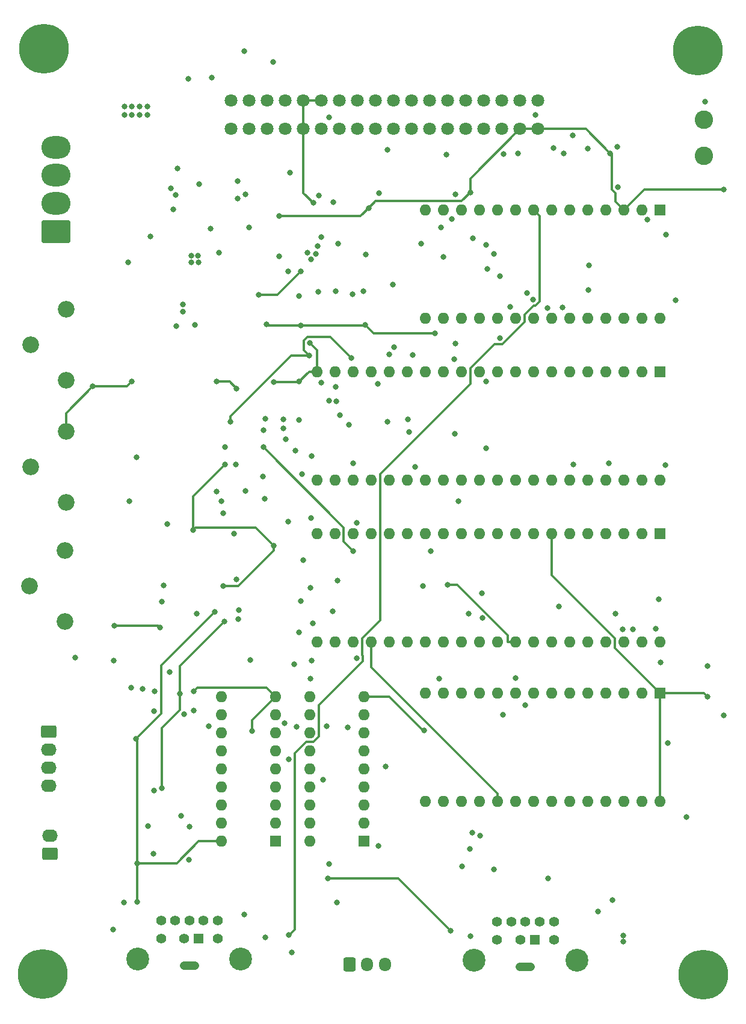
<source format=gbr>
%TF.GenerationSoftware,KiCad,Pcbnew,8.0.4*%
%TF.CreationDate,2024-08-19T15:21:18+02:00*%
%TF.ProjectId,LogicBoard 3GE,4c6f6769-6342-46f6-9172-64203347452e,rev?*%
%TF.SameCoordinates,Original*%
%TF.FileFunction,Copper,L3,Inr*%
%TF.FilePolarity,Positive*%
%FSLAX46Y46*%
G04 Gerber Fmt 4.6, Leading zero omitted, Abs format (unit mm)*
G04 Created by KiCad (PCBNEW 8.0.4) date 2024-08-19 15:21:18*
%MOMM*%
%LPD*%
G01*
G04 APERTURE LIST*
G04 Aperture macros list*
%AMRoundRect*
0 Rectangle with rounded corners*
0 $1 Rounding radius*
0 $2 $3 $4 $5 $6 $7 $8 $9 X,Y pos of 4 corners*
0 Add a 4 corners polygon primitive as box body*
4,1,4,$2,$3,$4,$5,$6,$7,$8,$9,$2,$3,0*
0 Add four circle primitives for the rounded corners*
1,1,$1+$1,$2,$3*
1,1,$1+$1,$4,$5*
1,1,$1+$1,$6,$7*
1,1,$1+$1,$8,$9*
0 Add four rect primitives between the rounded corners*
20,1,$1+$1,$2,$3,$4,$5,0*
20,1,$1+$1,$4,$5,$6,$7,0*
20,1,$1+$1,$6,$7,$8,$9,0*
20,1,$1+$1,$8,$9,$2,$3,0*%
G04 Aperture macros list end*
%TA.AperFunction,ComponentPad*%
%ADD10C,7.000000*%
%TD*%
%TA.AperFunction,ComponentPad*%
%ADD11O,1.600000X1.600000*%
%TD*%
%TA.AperFunction,ComponentPad*%
%ADD12R,1.600000X1.600000*%
%TD*%
%TA.AperFunction,ComponentPad*%
%ADD13RoundRect,0.250000X1.800000X-1.330000X1.800000X1.330000X-1.800000X1.330000X-1.800000X-1.330000X0*%
%TD*%
%TA.AperFunction,ComponentPad*%
%ADD14O,4.100000X3.160000*%
%TD*%
%TA.AperFunction,ComponentPad*%
%ADD15C,1.800000*%
%TD*%
%TA.AperFunction,ComponentPad*%
%ADD16RoundRect,0.250000X-0.600000X-0.725000X0.600000X-0.725000X0.600000X0.725000X-0.600000X0.725000X0*%
%TD*%
%TA.AperFunction,ComponentPad*%
%ADD17O,1.700000X1.950000*%
%TD*%
%TA.AperFunction,ComponentPad*%
%ADD18C,2.340000*%
%TD*%
%TA.AperFunction,ComponentPad*%
%ADD19C,3.216000*%
%TD*%
%TA.AperFunction,ComponentPad*%
%ADD20O,2.730000X1.230000*%
%TD*%
%TA.AperFunction,ComponentPad*%
%ADD21C,1.408000*%
%TD*%
%TA.AperFunction,ComponentPad*%
%ADD22R,1.408000X1.408000*%
%TD*%
%TA.AperFunction,ComponentPad*%
%ADD23RoundRect,0.250000X-0.845000X0.620000X-0.845000X-0.620000X0.845000X-0.620000X0.845000X0.620000X0*%
%TD*%
%TA.AperFunction,ComponentPad*%
%ADD24O,2.190000X1.740000*%
%TD*%
%TA.AperFunction,ComponentPad*%
%ADD25RoundRect,0.250000X0.845000X-0.620000X0.845000X0.620000X-0.845000X0.620000X-0.845000X-0.620000X0*%
%TD*%
%TA.AperFunction,ComponentPad*%
%ADD26C,2.600000*%
%TD*%
%TA.AperFunction,ViaPad*%
%ADD27C,0.800000*%
%TD*%
%TA.AperFunction,Conductor*%
%ADD28C,0.300000*%
%TD*%
G04 APERTURE END LIST*
D10*
%TO.N,GND*%
%TO.C,MNT2*%
X146530000Y-162880000D03*
%TD*%
D11*
%TO.N,+5V*%
%TO.C,IC201*%
X140440000Y-138510000D03*
X137900000Y-138510000D03*
%TO.N,unconnected-(IC201-NC-Pad26)*%
X135360000Y-138510000D03*
%TO.N,/A8*%
X132820000Y-138510000D03*
%TO.N,/A9*%
X130280000Y-138510000D03*
%TO.N,/A11*%
X127740000Y-138510000D03*
%TO.N,/~{ROMOE}*%
X125200000Y-138510000D03*
%TO.N,/A10*%
X122660000Y-138510000D03*
%TO.N,/~{ROMS}*%
X120120000Y-138510000D03*
%TO.N,/D7*%
X117580000Y-138510000D03*
%TO.N,/D6*%
X115040000Y-138510000D03*
%TO.N,/D5*%
X112500000Y-138510000D03*
%TO.N,/D4*%
X109960000Y-138510000D03*
%TO.N,/D3*%
X107420000Y-138510000D03*
%TO.N,GND*%
X107420000Y-123270000D03*
%TO.N,/D2*%
X109960000Y-123270000D03*
%TO.N,/D1*%
X112500000Y-123270000D03*
%TO.N,/D0*%
X115040000Y-123270000D03*
%TO.N,/A0*%
X117580000Y-123270000D03*
%TO.N,/A1*%
X120120000Y-123270000D03*
%TO.N,/A2*%
X122660000Y-123270000D03*
%TO.N,/A3*%
X125200000Y-123270000D03*
%TO.N,/A4*%
X127740000Y-123270000D03*
%TO.N,/A5*%
X130280000Y-123270000D03*
%TO.N,/A6*%
X132820000Y-123270000D03*
%TO.N,/A7*%
X135360000Y-123270000D03*
%TO.N,/A12*%
X137900000Y-123270000D03*
D12*
%TO.N,+5V*%
X140440000Y-123270000D03*
%TD*%
D13*
%TO.N,-5VA*%
%TO.C,J204*%
X55455000Y-58310000D03*
D14*
%TO.N,GND*%
X55455000Y-54350000D03*
%TO.N,+5V*%
X55455000Y-50390000D03*
%TO.N,-12VA*%
X55455000Y-46430000D03*
%TD*%
D10*
%TO.N,GND*%
%TO.C,MNT4*%
X53550000Y-162790000D03*
%TD*%
D15*
%TO.N,/~{HALT}*%
%TO.C,J201*%
X123270000Y-39880000D03*
%TO.N,+5V*%
X123270000Y-43840000D03*
%TO.N,/A7*%
X120730000Y-39880000D03*
%TO.N,+5V*%
X120730000Y-43840000D03*
%TO.N,/A6*%
X118190000Y-39880000D03*
%TO.N,/A8*%
X118190000Y-43840000D03*
%TO.N,/A5*%
X115650000Y-39880000D03*
%TO.N,/A9*%
X115650000Y-43840000D03*
%TO.N,/A4*%
X113110000Y-39880000D03*
%TO.N,/A11*%
X113110000Y-43840000D03*
%TO.N,/A3*%
X110570000Y-39880000D03*
%TO.N,/~{E}*%
X110570000Y-43840000D03*
%TO.N,/A2*%
X108030000Y-39880000D03*
%TO.N,/A10*%
X108030000Y-43840000D03*
%TO.N,/A1*%
X105490000Y-39880000D03*
%TO.N,/A15*%
X105490000Y-43840000D03*
%TO.N,/A0*%
X102950000Y-39880000D03*
%TO.N,/D7*%
X102950000Y-43840000D03*
%TO.N,/D0*%
X100410000Y-39880000D03*
%TO.N,/D6*%
X100410000Y-43840000D03*
%TO.N,/D1*%
X97870000Y-39880000D03*
%TO.N,/D5*%
X97870000Y-43840000D03*
%TO.N,/D2*%
X95330000Y-39880000D03*
%TO.N,/D4*%
X95330000Y-43840000D03*
%TO.N,GND*%
X92790000Y-39880000D03*
%TO.N,/D3*%
X92790000Y-43840000D03*
%TO.N,GND*%
X90250000Y-39880000D03*
X90250000Y-43840000D03*
%TO.N,/A12*%
X87710000Y-39880000D03*
%TO.N,/R~{W}*%
X87710000Y-43840000D03*
%TO.N,/A13*%
X85170000Y-39880000D03*
%TO.N,/~{CARTS}*%
X85170000Y-43840000D03*
%TO.N,/A14*%
X82630000Y-39880000D03*
%TO.N,/~{NMI}*%
X82630000Y-43840000D03*
%TO.N,/PB6*%
X80090000Y-39880000D03*
%TO.N,/~{IRQ}*%
X80090000Y-43840000D03*
%TD*%
D16*
%TO.N,GND*%
%TO.C,J304*%
X96720000Y-161390000D03*
D17*
%TO.N,/AUDIO*%
X99220000Y-161390000D03*
%TO.N,/CH(A+B+C)+DIGITAL_AUDIO*%
X101720000Y-161390000D03*
%TD*%
D18*
%TO.N,-5VA*%
%TO.C,R335*%
X56720000Y-113210000D03*
%TO.N,/X_OFFSET*%
X51720000Y-108210000D03*
%TO.N,+5V*%
X56720000Y-103210000D03*
%TD*%
D10*
%TO.N,GND*%
%TO.C,MNT1*%
X53750000Y-32590000D03*
%TD*%
D12*
%TO.N,/CHC*%
%TO.C,IC208*%
X140440000Y-55280000D03*
D11*
%TO.N,unconnected-(IC208-TEST1-Pad2)*%
X137900000Y-55280000D03*
%TO.N,+5V*%
X135360000Y-55280000D03*
%TO.N,/CHB*%
X132820000Y-55280000D03*
%TO.N,/CHA*%
X130280000Y-55280000D03*
%TO.N,GND*%
X127740000Y-55280000D03*
%TO.N,/SW7*%
X125200000Y-55280000D03*
%TO.N,/SW6*%
X122660000Y-55280000D03*
%TO.N,/SW5*%
X120120000Y-55280000D03*
%TO.N,/SW4*%
X117580000Y-55280000D03*
%TO.N,/SW3*%
X115040000Y-55280000D03*
%TO.N,/SW2*%
X112500000Y-55280000D03*
%TO.N,/SW1*%
X109960000Y-55280000D03*
%TO.N,/SW0*%
X107420000Y-55280000D03*
%TO.N,/E*%
X107420000Y-70520000D03*
%TO.N,/~{RESET}*%
X109960000Y-70520000D03*
%TO.N,/BC2*%
X112500000Y-70520000D03*
%TO.N,/BDIR*%
X115040000Y-70520000D03*
%TO.N,/BC2*%
X117580000Y-70520000D03*
%TO.N,/BC1*%
X120120000Y-70520000D03*
%TO.N,/P7*%
X122660000Y-70520000D03*
%TO.N,/P6*%
X125200000Y-70520000D03*
%TO.N,/P5*%
X127740000Y-70520000D03*
%TO.N,/P4*%
X130280000Y-70520000D03*
%TO.N,/P3*%
X132820000Y-70520000D03*
%TO.N,/P2*%
X135360000Y-70520000D03*
%TO.N,/P1*%
X137900000Y-70520000D03*
%TO.N,/P0*%
X140440000Y-70520000D03*
%TD*%
D19*
%TO.N,GND*%
%TO.C,J202*%
X81450000Y-160670000D03*
X66950000Y-160670000D03*
D20*
X74200000Y-161570000D03*
D21*
%TO.N,/J202_B1*%
X70200000Y-155270000D03*
%TO.N,/J202_Y*%
X72200000Y-155270000D03*
%TO.N,/J202_B2*%
X78200000Y-155270000D03*
%TO.N,+5V*%
X70200000Y-157770000D03*
%TO.N,/J202_B3*%
X74200000Y-155270000D03*
%TO.N,GND*%
X76200000Y-155270000D03*
%TO.N,/J202_B4*%
X78200000Y-157770000D03*
%TO.N,-5VA*%
X73500000Y-157770000D03*
D22*
%TO.N,/J202_X*%
X75500000Y-157770000D03*
%TD*%
D10*
%TO.N,GND*%
%TO.C,MNT3*%
X145730000Y-32830000D03*
%TD*%
D18*
%TO.N,-5VA*%
%TO.C,R333*%
X56840000Y-96380000D03*
%TO.N,/Y_OFFSET*%
X51840000Y-91380000D03*
%TO.N,+5V*%
X56840000Y-86380000D03*
%TD*%
D23*
%TO.N,GND*%
%TO.C,J301*%
X54370000Y-128670000D03*
D24*
%TO.N,/Y*%
X54370000Y-131210000D03*
%TO.N,/X*%
X54370000Y-133750000D03*
%TO.N,/Z*%
X54370000Y-136290000D03*
%TD*%
D18*
%TO.N,Net-(R301-Pad1)*%
%TO.C,R302*%
X56870000Y-79210000D03*
%TO.N,/IOUT*%
X51870000Y-74210000D03*
X56870000Y-69210000D03*
%TD*%
D25*
%TO.N,/AUDIO*%
%TO.C,J302*%
X54550000Y-145870000D03*
D24*
%TO.N,unconnected-(J302-Pin_2-Pad2)*%
X54550000Y-143330000D03*
%TD*%
D22*
%TO.N,/J203_X*%
%TO.C,J203*%
X122800000Y-157960000D03*
D21*
%TO.N,-5VA*%
X120800000Y-157960000D03*
%TO.N,/J203_B4*%
X125500000Y-157960000D03*
%TO.N,GND*%
X123500000Y-155460000D03*
%TO.N,/J203_B3*%
X121500000Y-155460000D03*
%TO.N,+5V*%
X117500000Y-157960000D03*
%TO.N,/J203_B2*%
X125500000Y-155460000D03*
%TO.N,/J203_Y*%
X119500000Y-155460000D03*
%TO.N,/J203_B1*%
X117500000Y-155460000D03*
D20*
%TO.N,GND*%
X121500000Y-161760000D03*
D19*
X114250000Y-160860000D03*
X128750000Y-160860000D03*
%TD*%
D26*
%TO.N,/SWITCH_RESET*%
%TO.C,SW201*%
X146580000Y-47660000D03*
X146580000Y-42580000D03*
%TD*%
D12*
%TO.N,GND*%
%TO.C,IC207*%
X140440000Y-78030000D03*
D11*
%TO.N,/P0*%
X137900000Y-78030000D03*
%TO.N,/P1*%
X135360000Y-78030000D03*
%TO.N,/P2*%
X132820000Y-78030000D03*
%TO.N,/P3*%
X130280000Y-78030000D03*
%TO.N,/P4*%
X127740000Y-78030000D03*
%TO.N,/P5*%
X125200000Y-78030000D03*
%TO.N,/P6*%
X122660000Y-78030000D03*
%TO.N,/P7*%
X120120000Y-78030000D03*
%TO.N,/SH*%
X117580000Y-78030000D03*
%TO.N,/SEL0*%
X115040000Y-78030000D03*
%TO.N,/SEL1*%
X112500000Y-78030000D03*
%TO.N,/BC1*%
X109960000Y-78030000D03*
%TO.N,/BDIR*%
X107420000Y-78030000D03*
%TO.N,/COMPARE*%
X104880000Y-78030000D03*
%TO.N,/PB6*%
X102340000Y-78030000D03*
%TO.N,/~{RAMP}*%
X99800000Y-78030000D03*
%TO.N,unconnected-(IC207-CB1-Pad18)*%
X97260000Y-78030000D03*
%TO.N,/~{BLANK}*%
X94720000Y-78030000D03*
%TO.N,+5V*%
X92180000Y-78030000D03*
%TO.N,/~{IRQ}*%
X92180000Y-93270000D03*
%TO.N,/R~{W}*%
X94720000Y-93270000D03*
%TO.N,/~{IOS}*%
X97260000Y-93270000D03*
%TO.N,/A12*%
X99800000Y-93270000D03*
%TO.N,/E*%
X102340000Y-93270000D03*
%TO.N,/D7*%
X104880000Y-93270000D03*
%TO.N,/D6*%
X107420000Y-93270000D03*
%TO.N,/D5*%
X109960000Y-93270000D03*
%TO.N,/D4*%
X112500000Y-93270000D03*
%TO.N,/D3*%
X115040000Y-93270000D03*
%TO.N,/D2*%
X117580000Y-93270000D03*
%TO.N,/D1*%
X120120000Y-93270000D03*
%TO.N,/D0*%
X122660000Y-93270000D03*
%TO.N,/~{RESET}*%
X125200000Y-93270000D03*
%TO.N,/A3*%
X127740000Y-93270000D03*
%TO.N,/A2*%
X130280000Y-93270000D03*
%TO.N,/A1*%
X132820000Y-93270000D03*
%TO.N,/A0*%
X135360000Y-93270000D03*
%TO.N,/~{ZERO}*%
X137900000Y-93270000D03*
%TO.N,/SW7*%
X140440000Y-93270000D03*
%TD*%
%TO.N,+5V*%
%TO.C,IC204*%
X78670000Y-144070000D03*
%TO.N,/A7*%
X78670000Y-141530000D03*
%TO.N,/A8*%
X78670000Y-138990000D03*
%TO.N,/A9*%
X78670000Y-136450000D03*
%TO.N,/D0*%
X78670000Y-133910000D03*
%TO.N,/D1*%
X78670000Y-131370000D03*
%TO.N,/D2*%
X78670000Y-128830000D03*
%TO.N,/D3*%
X78670000Y-126290000D03*
%TO.N,/RAM_R~{W}*%
X78670000Y-123750000D03*
%TO.N,GND*%
X86290000Y-123750000D03*
%TO.N,/~{RAMS}*%
X86290000Y-126290000D03*
%TO.N,/A2*%
X86290000Y-128830000D03*
%TO.N,/A1*%
X86290000Y-131370000D03*
%TO.N,/A0*%
X86290000Y-133910000D03*
%TO.N,/A3*%
X86290000Y-136450000D03*
%TO.N,/A4*%
X86290000Y-138990000D03*
%TO.N,/A5*%
X86290000Y-141530000D03*
D12*
%TO.N,/A6*%
X86290000Y-144070000D03*
%TD*%
D11*
%TO.N,+5V*%
%TO.C,IC205*%
X91170000Y-144070000D03*
%TO.N,/A7*%
X91170000Y-141530000D03*
%TO.N,/A8*%
X91170000Y-138990000D03*
%TO.N,/A9*%
X91170000Y-136450000D03*
%TO.N,/D4*%
X91170000Y-133910000D03*
%TO.N,/D5*%
X91170000Y-131370000D03*
%TO.N,/D6*%
X91170000Y-128830000D03*
%TO.N,/D7*%
X91170000Y-126290000D03*
%TO.N,/RAM_R~{W}*%
X91170000Y-123750000D03*
%TO.N,GND*%
X98790000Y-123750000D03*
%TO.N,/~{RAMS}*%
X98790000Y-126290000D03*
%TO.N,/A2*%
X98790000Y-128830000D03*
%TO.N,/A1*%
X98790000Y-131370000D03*
%TO.N,/A0*%
X98790000Y-133910000D03*
%TO.N,/A3*%
X98790000Y-136450000D03*
%TO.N,/A4*%
X98790000Y-138990000D03*
%TO.N,/A5*%
X98790000Y-141530000D03*
D12*
%TO.N,/A6*%
X98790000Y-144070000D03*
%TD*%
%TO.N,GND*%
%TO.C,IC206*%
X140440000Y-100780000D03*
D11*
%TO.N,/~{NMI}*%
X137900000Y-100780000D03*
%TO.N,/~{IRQ}*%
X135360000Y-100780000D03*
%TO.N,/SW3*%
X132820000Y-100780000D03*
%TO.N,unconnected-(IC206-BS-Pad5)*%
X130280000Y-100780000D03*
%TO.N,unconnected-(IC206-BA-Pad6)*%
X127740000Y-100780000D03*
%TO.N,+5V*%
X125200000Y-100780000D03*
%TO.N,/CPU_A0*%
X122660000Y-100780000D03*
%TO.N,/CPU_A1*%
X120120000Y-100780000D03*
%TO.N,/A2*%
X117580000Y-100780000D03*
%TO.N,/A3*%
X115040000Y-100780000D03*
%TO.N,/A4*%
X112500000Y-100780000D03*
%TO.N,/A5*%
X109960000Y-100780000D03*
%TO.N,/A6*%
X107420000Y-100780000D03*
%TO.N,/A7*%
X104880000Y-100780000D03*
%TO.N,/A8*%
X102340000Y-100780000D03*
%TO.N,/A9*%
X99800000Y-100780000D03*
%TO.N,/A10*%
X97260000Y-100780000D03*
%TO.N,/A11*%
X94720000Y-100780000D03*
%TO.N,/A12*%
X92180000Y-100780000D03*
%TO.N,/A13*%
X92180000Y-116020000D03*
%TO.N,/A14*%
X94720000Y-116020000D03*
%TO.N,/A15*%
X97260000Y-116020000D03*
%TO.N,/D7*%
X99800000Y-116020000D03*
%TO.N,/D6*%
X102340000Y-116020000D03*
%TO.N,/D5*%
X104880000Y-116020000D03*
%TO.N,/D4*%
X107420000Y-116020000D03*
%TO.N,/D3*%
X109960000Y-116020000D03*
%TO.N,/D2*%
X112500000Y-116020000D03*
%TO.N,/D1*%
X115040000Y-116020000D03*
%TO.N,/D0*%
X117580000Y-116020000D03*
%TO.N,/CPU_R~{W}*%
X120120000Y-116020000D03*
%TO.N,Net-(IC206-~{DMA{slash}BREQ})*%
X122660000Y-116020000D03*
%TO.N,/CPU_E*%
X125200000Y-116020000D03*
%TO.N,unconnected-(IC206-Q-Pad35)*%
X127740000Y-116020000D03*
%TO.N,Net-(IC206-MRDY)*%
X130280000Y-116020000D03*
%TO.N,/~{RESET}*%
X132820000Y-116020000D03*
%TO.N,/EXTAL*%
X135360000Y-116020000D03*
%TO.N,/XTAL*%
X137900000Y-116020000D03*
%TO.N,/~{HALT}*%
X140440000Y-116020000D03*
%TD*%
D27*
%TO.N,GND*%
X134450000Y-46350000D03*
X139870000Y-114220000D03*
X136580000Y-114230000D03*
X135200000Y-114230000D03*
X135270000Y-158230000D03*
X135250000Y-157370000D03*
X83930000Y-67170000D03*
X89900000Y-63900000D03*
%TO.N,/SW4*%
X88130000Y-63910000D03*
%TO.N,/P7*%
X86800000Y-61810000D03*
%TO.N,GND*%
X126890000Y-47320000D03*
X75450000Y-62600000D03*
X74510000Y-62590000D03*
X75410000Y-61660000D03*
X74510000Y-61660000D03*
X67210000Y-41860000D03*
X65090000Y-41860000D03*
X68320000Y-41860000D03*
X66100000Y-41860000D03*
X68290000Y-40680000D03*
X67180000Y-40680000D03*
X66070000Y-40680000D03*
X65060000Y-40680000D03*
%TO.N,/X*%
X87583800Y-127466000D03*
%TO.N,/Y*%
X80855700Y-107205000D03*
%TO.N,Net-(IC305-Pad9)*%
X78726900Y-96272100D03*
X65756600Y-96210000D03*
%TO.N,Net-(IC304-Pad7)*%
X69217900Y-125801000D03*
X96677700Y-85458400D03*
%TO.N,/X3*%
X69126300Y-145880000D03*
X94962500Y-152717000D03*
%TO.N,/SW4*%
X64998500Y-152719000D03*
X117088000Y-61419100D03*
%TO.N,/SW1*%
X109952000Y-61858800D03*
X121709000Y-66961900D03*
X130434000Y-63070900D03*
X141194000Y-91115700D03*
X133718000Y-152344000D03*
%TO.N,/SW5*%
X111448000Y-76266200D03*
X119352000Y-68918400D03*
%TO.N,/SW6*%
X88150000Y-157270000D03*
%TO.N,/SW2*%
X126697000Y-68982800D03*
%TO.N,/P2*%
X75553600Y-51601800D03*
%TO.N,/~{BLANK}*%
X92773900Y-79539300D03*
X90030200Y-92415300D03*
X82797600Y-118617000D03*
%TO.N,/~{ZERO}*%
X133194000Y-90896200D03*
X105155000Y-86473100D03*
X102066000Y-85040700D03*
X94760700Y-80193000D03*
X93887200Y-82111000D03*
X84928400Y-84616700D03*
X84574800Y-92751100D03*
%TO.N,/~{RAMP}*%
X89871800Y-110252000D03*
X91356300Y-98589500D03*
X97235600Y-90942900D03*
%TO.N,/SW7*%
X141551000Y-130302000D03*
X88654000Y-159699000D03*
X130346000Y-66509100D03*
%TO.N,/PB6*%
X100890000Y-52851200D03*
%TO.N,/SEL0*%
X100690000Y-79713100D03*
X97793300Y-118369000D03*
X91248600Y-121193000D03*
X88153400Y-132522000D03*
X69227500Y-136945000D03*
%TO.N,/P4*%
X77361300Y-36663000D03*
X134475000Y-52062400D03*
%TO.N,/P1*%
X78350100Y-61282000D03*
%TO.N,/SH*%
X91221200Y-108469000D03*
X112057000Y-96259100D03*
%TO.N,/SEL1*%
X107102000Y-108210000D03*
X91561700Y-113463000D03*
X89660300Y-114710000D03*
X74845700Y-125685000D03*
%TO.N,/P5*%
X80958700Y-51181200D03*
%TO.N,/P0*%
X72261400Y-53173700D03*
X74020600Y-36834200D03*
%TO.N,/P6*%
X89607600Y-67377600D03*
X80985600Y-53621400D03*
%TO.N,/P3*%
X71561500Y-52222900D03*
X141300000Y-58754500D03*
%TO.N,Net-(IC206-~{DMA{slash}BREQ})*%
X140533000Y-118951000D03*
%TO.N,/SW3*%
X128199000Y-91098300D03*
%TO.N,/~{IRQ}*%
X73292600Y-69573100D03*
X89157700Y-89100600D03*
%TO.N,/CPU_E*%
X95044400Y-107387000D03*
X113517000Y-112059000D03*
X115409000Y-109204000D03*
%TO.N,/CPU_R~{W}*%
X110542000Y-108009000D03*
X97257500Y-103284000D03*
X84600000Y-88648700D03*
%TO.N,/~{NMI}*%
X142669000Y-67990200D03*
X85950000Y-34390000D03*
%TO.N,/RAM_R~{W}*%
X91433900Y-89872900D03*
%TO.N,/~{CARTS}*%
X91361500Y-62194100D03*
%TO.N,/R~{W}*%
X88342000Y-50045400D03*
%TO.N,/A14*%
X92400300Y-53205400D03*
%TO.N,/~{A11&E}*%
X92271100Y-60356300D03*
X92353500Y-66739900D03*
%TO.N,/A13*%
X92776200Y-59044500D03*
X98712700Y-66678700D03*
%TO.N,/E*%
X99026900Y-61514500D03*
X84595300Y-86245200D03*
%TO.N,/A15*%
X97187700Y-67149100D03*
X94438900Y-54130600D03*
%TO.N,/~{ROMS}*%
X149440000Y-126408000D03*
X90824200Y-61269600D03*
X94752400Y-66682000D03*
X146776000Y-40030700D03*
X81965400Y-32920600D03*
%TO.N,/A11*%
X97773300Y-99297300D03*
X126236000Y-111062000D03*
X95168100Y-60016900D03*
X102876000Y-65762400D03*
X111630000Y-53061900D03*
%TO.N,/A0*%
X118318000Y-126311000D03*
X92987500Y-135420000D03*
%TO.N,/D6*%
X109384000Y-121248000D03*
X106783000Y-60038000D03*
%TO.N,/A6*%
X120469000Y-47336700D03*
X134202000Y-112093000D03*
%TO.N,/D0*%
X115971000Y-88818700D03*
X115971000Y-79403900D03*
X117906000Y-73293400D03*
X117943000Y-64583800D03*
X115972000Y-60174700D03*
X102112000Y-46802200D03*
%TO.N,/D2*%
X93882600Y-42206400D03*
X87402500Y-85961200D03*
X94918600Y-82173800D03*
X95366800Y-84137300D03*
%TO.N,/A2*%
X96461200Y-128032000D03*
X93522200Y-127884000D03*
X89265900Y-127978000D03*
%TO.N,/A3*%
X118433000Y-47392500D03*
%TO.N,/A4*%
X101827000Y-133600000D03*
X111106000Y-56520700D03*
%TO.N,/A8*%
X93882600Y-147329000D03*
X105962000Y-91425100D03*
X109606000Y-57727700D03*
X110390000Y-47460200D03*
%TO.N,/A10*%
X120092000Y-121163000D03*
X121425000Y-124951000D03*
X108132000Y-103267000D03*
%TO.N,/D1*%
X91433900Y-118693000D03*
X114086000Y-59250900D03*
%TO.N,/A1*%
X122927000Y-41900300D03*
%TO.N,/D4*%
X111634000Y-74093800D03*
X105631000Y-75645400D03*
%TO.N,/D3*%
X104929000Y-84716600D03*
X102999000Y-74534900D03*
%TO.N,/A7*%
X124576000Y-69044500D03*
X111573000Y-86754200D03*
%TO.N,/A9*%
X102361000Y-75550500D03*
X116110000Y-63569700D03*
%TO.N,/~{ROMOE}*%
X92008800Y-61400200D03*
X87464500Y-84734100D03*
X87737500Y-87529300D03*
X88082100Y-99146200D03*
X90184900Y-104541000D03*
X94365500Y-111760000D03*
X115426000Y-112652000D03*
%TO.N,/Z*%
X76916500Y-127892000D03*
%TO.N,/CH(A+B+C)*%
X138644000Y-56644700D03*
X100828000Y-144768000D03*
%TO.N,/IOUT*%
X72541700Y-49439700D03*
X67573600Y-122653000D03*
%TO.N,/VOUT*%
X73477600Y-126174000D03*
X78059000Y-94853100D03*
%TO.N,/IC303D_X*%
X81179000Y-111540000D03*
X71057700Y-99417200D03*
X78973400Y-97956800D03*
%TO.N,/IC303D_FB*%
X75213500Y-112067000D03*
X81104500Y-112870000D03*
%TO.N,/IC303A_FB*%
X80506600Y-100815000D03*
X79239900Y-88600900D03*
%TO.N,/POT0*%
X74100500Y-146680000D03*
X124680000Y-149313000D03*
%TO.N,/POT1*%
X74244600Y-142050000D03*
X113704000Y-145166000D03*
%TO.N,/POTX*%
X72997300Y-140509000D03*
X69292200Y-122964000D03*
%TO.N,/X0*%
X70333400Y-110400000D03*
X68404900Y-141945000D03*
%TO.N,/J203_X*%
X131707000Y-153986000D03*
%TO.N,/J202_X*%
X81965400Y-154368000D03*
%TO.N,/~{RESET}*%
X122543000Y-67883800D03*
%TO.N,/J202_B3*%
X84890300Y-157597000D03*
%TO.N,/J203_B4*%
X113745000Y-157434000D03*
%TO.N,/XTAL*%
X140255000Y-110047000D03*
%TO.N,-5VA*%
X70300000Y-136616000D03*
X82090700Y-94787000D03*
X58131000Y-118290000D03*
X80760700Y-91100100D03*
X84791400Y-95893600D03*
X114015000Y-142926000D03*
X115073000Y-143347000D03*
X79117400Y-113160000D03*
X72843700Y-123304000D03*
%TO.N,+5V*%
X91160000Y-73970000D03*
X78920000Y-108140000D03*
X85070000Y-71370000D03*
X93670000Y-149330000D03*
X66867300Y-147169000D03*
X77784800Y-111851000D03*
X99416200Y-54973400D03*
X89653600Y-79407700D03*
X72370500Y-71566100D03*
X79179900Y-91066300D03*
X98980600Y-71439300D03*
X86080000Y-102531000D03*
X86079800Y-79437700D03*
X149440000Y-52412200D03*
X75001000Y-71448200D03*
X133424000Y-47280000D03*
X73325500Y-68571300D03*
X80861800Y-80367900D03*
X66075800Y-79402700D03*
X110939000Y-156702000D03*
X68718000Y-58983900D03*
X63439300Y-156525000D03*
X66736400Y-90034000D03*
X144196000Y-140684000D03*
X113745000Y-52776500D03*
X147088000Y-123757000D03*
X89908200Y-71531900D03*
X147086000Y-119472000D03*
X108801000Y-72614300D03*
X66836400Y-152587000D03*
X66700800Y-129654000D03*
X71898000Y-55207700D03*
X77993000Y-79427700D03*
X82589600Y-57733500D03*
X82131200Y-53049000D03*
X60604900Y-80092300D03*
X86823100Y-56083200D03*
X74704000Y-100330000D03*
%TO.N,GND*%
X88910000Y-119180000D03*
X107230000Y-128500000D03*
X96970000Y-76060000D03*
X89610000Y-84830000D03*
X112580000Y-147630000D03*
X117060000Y-148080000D03*
X70040000Y-114020000D03*
X71430000Y-120270000D03*
X82990000Y-128580000D03*
X74830000Y-122970000D03*
X91100000Y-75770000D03*
X80000000Y-85030000D03*
X70570000Y-108050000D03*
X63640000Y-113770000D03*
X65980000Y-122480000D03*
X63590000Y-118650000D03*
X65610000Y-62600000D03*
X77200000Y-57870000D03*
X91630000Y-54280000D03*
X128160000Y-44760000D03*
X125420000Y-46510000D03*
X130280000Y-46590000D03*
%TD*%
D28*
%TO.N,GND*%
X83930000Y-67170000D02*
X83960000Y-67200000D01*
X86600000Y-67200000D02*
X83930000Y-67170000D01*
X89900000Y-63900000D02*
X86600000Y-67200000D01*
%TO.N,/SW6*%
X88150000Y-157360000D02*
X88190000Y-157320000D01*
X88150000Y-157270000D02*
X88150000Y-157360000D01*
X88240000Y-157270000D02*
X88150000Y-157270000D01*
X89003400Y-156507000D02*
X88240000Y-157270000D01*
X89003400Y-131729000D02*
X89003400Y-156507000D01*
X90652200Y-130080000D02*
X89003400Y-131729000D01*
X91687800Y-130080000D02*
X90652200Y-130080000D01*
X92420000Y-129348000D02*
X91687800Y-130080000D01*
X92420000Y-124944000D02*
X92420000Y-129348000D01*
X98643300Y-118721000D02*
X92420000Y-124944000D01*
X98643300Y-118017000D02*
X98643300Y-118721000D01*
X98510000Y-117884000D02*
X98643300Y-118017000D01*
X98510000Y-115502000D02*
X98510000Y-117884000D01*
X101050000Y-112962000D02*
X98510000Y-115502000D01*
X101050000Y-92440000D02*
X101050000Y-112962000D01*
X113750000Y-79740000D02*
X101050000Y-92440000D01*
X113750000Y-77512200D02*
X113750000Y-79740000D01*
X117119000Y-74143400D02*
X113750000Y-77512200D01*
X118264000Y-74143400D02*
X117119000Y-74143400D01*
X121370000Y-71037800D02*
X118264000Y-74143400D01*
X121370000Y-70002200D02*
X121370000Y-71037800D01*
X122638000Y-68733800D02*
X121370000Y-70002200D01*
X122895000Y-68733800D02*
X122638000Y-68733800D01*
X123460000Y-68168900D02*
X122895000Y-68733800D01*
X123460000Y-56080000D02*
X123460000Y-68168900D01*
X122660000Y-55280000D02*
X123460000Y-56080000D01*
%TO.N,/CPU_R~{W}*%
X95924500Y-99973200D02*
X84600000Y-88648700D01*
X95924500Y-101951000D02*
X95924500Y-99973200D01*
X97257500Y-103284000D02*
X95924500Y-101951000D01*
X111893000Y-108009000D02*
X110542000Y-108009000D01*
X118968000Y-115084000D02*
X111893000Y-108009000D01*
X118968000Y-116020000D02*
X118968000Y-115084000D01*
X120120000Y-116020000D02*
X118968000Y-116020000D01*
%TO.N,/D7*%
X99800000Y-119578000D02*
X99800000Y-116020000D01*
X117580000Y-137358000D02*
X99800000Y-119578000D01*
X117580000Y-138510000D02*
X117580000Y-137358000D01*
%TO.N,-5VA*%
X72843700Y-125606000D02*
X72843700Y-123304000D01*
X70300000Y-128150000D02*
X72843700Y-125606000D01*
X70300000Y-136616000D02*
X70300000Y-128150000D01*
X72843700Y-119434000D02*
X79117400Y-113160000D01*
X72843700Y-123304000D02*
X72843700Y-119434000D01*
%TO.N,+5V*%
X92180000Y-74990000D02*
X92180000Y-78030000D01*
X91160000Y-73970000D02*
X92180000Y-74990000D01*
X56840000Y-83857200D02*
X56840000Y-86380000D01*
X60604900Y-80092300D02*
X56840000Y-83857200D01*
X65386200Y-80092300D02*
X60604900Y-80092300D01*
X66075800Y-79402700D02*
X65386200Y-80092300D01*
X89623600Y-79437700D02*
X89653600Y-79407700D01*
X86079800Y-79437700D02*
X89623600Y-79437700D01*
X79921600Y-79427700D02*
X80861800Y-80367900D01*
X77993000Y-79427700D02*
X79921600Y-79427700D01*
X138228000Y-52412200D02*
X135360000Y-55280000D01*
X149440000Y-52412200D02*
X138228000Y-52412200D01*
X113745000Y-50825000D02*
X113745000Y-52776500D01*
X120730000Y-43840000D02*
X113745000Y-50825000D01*
X134123000Y-54042900D02*
X135360000Y-55280000D01*
X134123000Y-52912400D02*
X134123000Y-54042900D01*
X133625000Y-52414500D02*
X134123000Y-52912400D01*
X133625000Y-47481000D02*
X133625000Y-52414500D01*
X133424000Y-47280000D02*
X133625000Y-47481000D01*
X129984000Y-43840000D02*
X133424000Y-47280000D01*
X123270000Y-43840000D02*
X129984000Y-43840000D01*
X120730000Y-43840000D02*
X123270000Y-43840000D01*
X125200000Y-106632000D02*
X125200000Y-100780000D01*
X134070000Y-115502000D02*
X125200000Y-106632000D01*
X134070000Y-116900000D02*
X134070000Y-115502000D01*
X140440000Y-123270000D02*
X134070000Y-116900000D01*
X146601000Y-123270000D02*
X147088000Y-123757000D01*
X140440000Y-123270000D02*
X146601000Y-123270000D01*
X140440000Y-123270000D02*
X140440000Y-138510000D01*
X70250000Y-119386000D02*
X77784800Y-111851000D01*
X70250000Y-126105000D02*
X70250000Y-119386000D01*
X66700800Y-129654000D02*
X70250000Y-126105000D01*
X78930000Y-108150000D02*
X78940000Y-108150000D01*
X78920000Y-108140000D02*
X78930000Y-108150000D01*
X78950000Y-108150000D02*
X78920000Y-108140000D01*
X81112800Y-108150000D02*
X78950000Y-108150000D01*
X86080000Y-103183000D02*
X81112800Y-108150000D01*
X86080000Y-102531000D02*
X86080000Y-103183000D01*
X83514000Y-99965000D02*
X86080000Y-102531000D01*
X75069000Y-99965000D02*
X83514000Y-99965000D01*
X74704000Y-100330000D02*
X75069000Y-99965000D01*
X74704000Y-95542200D02*
X79179900Y-91066300D01*
X74704000Y-100330000D02*
X74704000Y-95542200D01*
X91031300Y-78030000D02*
X89653600Y-79407700D01*
X92180000Y-78030000D02*
X91031300Y-78030000D01*
X100156000Y-72614300D02*
X108801000Y-72614300D01*
X98980600Y-71439300D02*
X100156000Y-72614300D01*
X98888000Y-71531900D02*
X98980600Y-71439300D01*
X89908200Y-71531900D02*
X98888000Y-71531900D01*
X85231900Y-71531900D02*
X89908200Y-71531900D01*
X85070000Y-71370000D02*
X85231900Y-71531900D01*
X75508400Y-144070000D02*
X78670000Y-144070000D01*
X72409400Y-147169000D02*
X75508400Y-144070000D01*
X66867300Y-147169000D02*
X72409400Y-147169000D01*
X103567000Y-149330000D02*
X110939000Y-156702000D01*
X93670000Y-149330000D02*
X103567000Y-149330000D01*
X112492000Y-54030000D02*
X113745000Y-52776500D01*
X100360000Y-54030000D02*
X112492000Y-54030000D01*
X99416200Y-54973400D02*
X100360000Y-54030000D01*
X98306400Y-56083200D02*
X99416200Y-54973400D01*
X86823100Y-56083200D02*
X98306400Y-56083200D01*
X66836400Y-147200000D02*
X66867300Y-147169000D01*
X66836400Y-152587000D02*
X66836400Y-147200000D01*
X66867300Y-129820000D02*
X66700800Y-129654000D01*
X66867300Y-147169000D02*
X66867300Y-129820000D01*
%TO.N,GND*%
X107230000Y-128630000D02*
X107180000Y-128580000D01*
X107230000Y-128500000D02*
X107230000Y-128630000D01*
X107100000Y-128500000D02*
X107230000Y-128500000D01*
X102350000Y-123750000D02*
X107100000Y-128500000D01*
X98790000Y-123750000D02*
X102350000Y-123750000D01*
X90310000Y-74980000D02*
X91100000Y-75770000D01*
X90310000Y-73617900D02*
X90310000Y-74980000D01*
X90807900Y-73120000D02*
X90310000Y-73617900D01*
X94030000Y-73120000D02*
X90807900Y-73120000D01*
X96970000Y-76060000D02*
X94030000Y-73120000D01*
X69790000Y-113770000D02*
X63640000Y-113770000D01*
X70040000Y-114020000D02*
X69790000Y-113770000D01*
X82990000Y-128580000D02*
X83020000Y-128540000D01*
X83020000Y-127020000D02*
X82990000Y-128580000D01*
X86290000Y-123750000D02*
X83020000Y-127020000D01*
X75300000Y-122500000D02*
X74830000Y-122970000D01*
X85040000Y-122500000D02*
X75300000Y-122500000D01*
X86290000Y-123750000D02*
X85040000Y-122500000D01*
X80000000Y-84315400D02*
X80000000Y-85030000D01*
X88545400Y-75770000D02*
X80000000Y-84315400D01*
X91100000Y-75770000D02*
X88545400Y-75770000D01*
X90250000Y-39880000D02*
X92790000Y-39880000D01*
X90250000Y-43840000D02*
X90250000Y-39880000D01*
X90250000Y-52900000D02*
X90250000Y-43840000D01*
X91630000Y-54280000D02*
X90250000Y-52900000D01*
%TD*%
M02*

</source>
